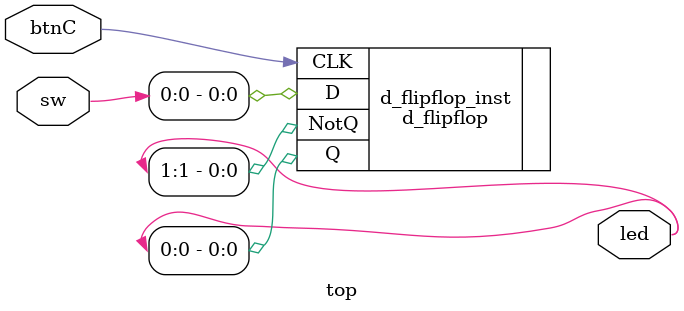
<source format=v>
module top(
    input [3:0] sw,
    input btnC,
    output [5:0] led
);

    d_flipflop d_flipflop_inst (
        .D(sw[0]),
        .CLK(btnC),
        .Q(led[0]),
        .NotQ(led[1])
    );

endmodule
</source>
